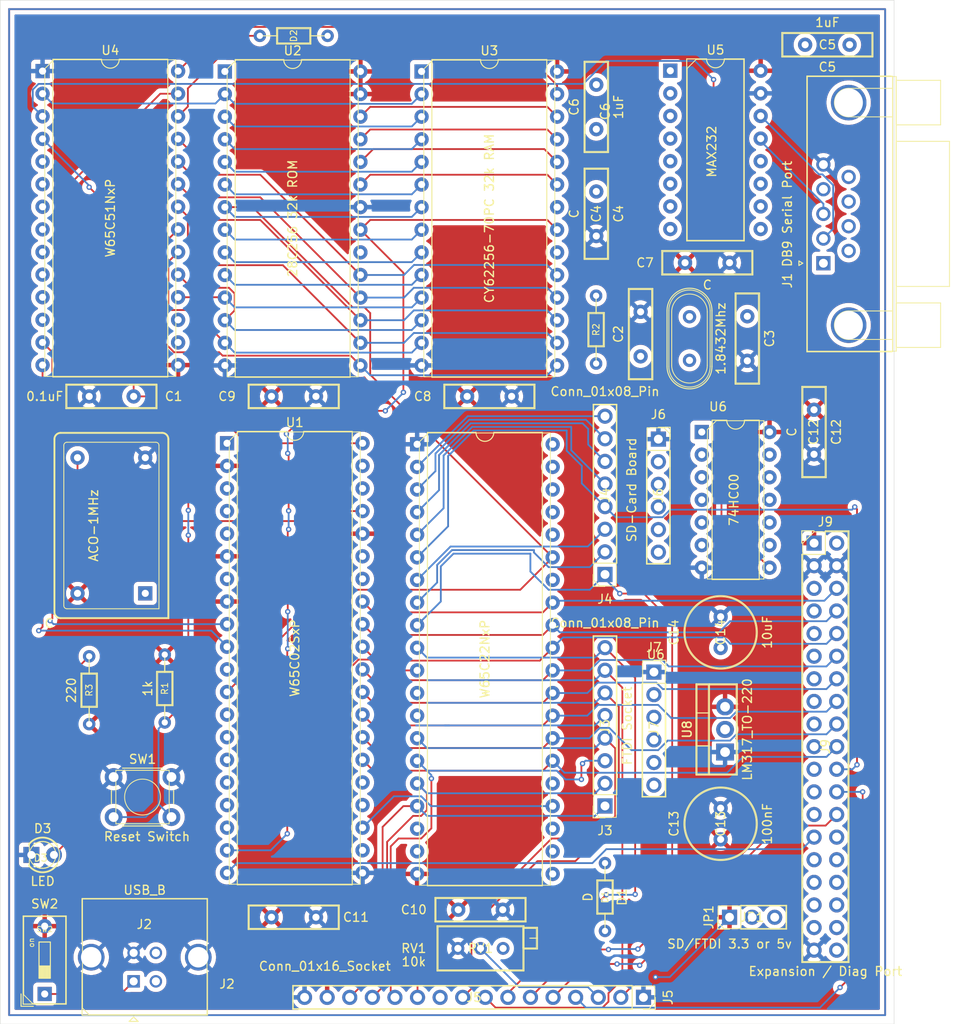
<source format=kicad_pcb>
(kicad_pcb (version 20241229) (generator "pcbnew") (generator_version "9.0")
  (layers (0 "F.Cu" signal) (2 "B.Cu" signal) (13 "F.Paste" user) (15 "B.Paste" user) (5 "F.SilkS" user "F.Silkscreen") (7 "B.SilkS" user "B.Silkscreen") (1 "F.Mask" user) (3 "B.Mask" user) (25 "Edge.Cuts" user))
  (net 0 "")
  (net 1 "GND")
  (net 2 "Reset")
  (net 3 "Net-(U4-XTAL2)")
  (net 4 "Net-(U5-VS-)")
  (net 5 "Net-(U5-VS+)")
  (net 6 "Net-(U5-C1+)")
  (net 7 "Net-(U5-C1-)")
  (net 8 "Net-(U5-C2+)")
  (net 9 "Net-(U5-C2-)")
  (net 10 "VCC")
  (net 11 "IRQ")
  (net 12 "Net-(D1-K)")
  (net 13 "Net-(D2-K)")
  (net 18 "PB2")
  (net 19 "PB0")
  (net 20 "PB1")
  (net 21 "PB3")
  (net 22 "PB4")
  (net 23 "PB6")
  (net 24 "PB7")
  (net 25 "PA7")
  (net 26 "Net-(J5-Pin_3)")
  (net 27 "PB5")
  (net 28 "Net-(U4-XTAL1)")
  (net 30 "D5")
  (net 31 "D4")
  (net 32 "A2")
  (net 33 "A4")
  (net 34 "A11")
  (net 35 "RW")
  (net 36 "A1")
  (net 37 "A0")
  (net 40 "D0")
  (net 41 "D6")
  (net 42 "clock")
  (net 45 "A7")
  (net 46 "A10")
  (net 47 "A15")
  (net 48 "D3")
  (net 49 "A8")
  (net 50 "A5")
  (net 52 "D1")
  (net 53 "A12")
  (net 54 "D7")
  (net 55 "A9")
  (net 56 "A3")
  (net 57 "A13")
  (net 58 "D2")
  (net 60 "A6")
  (net 62 "A14")
  (net 63 "!A15")
  (net 64 "Net-(U3-~{CS})")
  (net 67 "RXD")
  (net 68 "TXD")
  (net 69 "Net-(U4-~{CS2})")
  (net 82 "3.3v")
  (net 83 "Net-(D3-A)")
  (net 84 "Net-(J7-Pin_2)")
  (net 85 "Net-(U4-~{RTS})")
  (net 86 "Net-(U4-~{DSR})")
  (net 87 "Net-(J7-Pin_6)")
  (net 88 "Net-(J7-Pin_4)")
  (net 89 "Net-(J7-Pin_5)")
  (net 90 "Net-(J2-VBUS)")
  (net 91 "PA0")
  (net 92 "PA2")
  (net 93 "PA3")
  (net 94 "PA1")
  (net 95 "Net-(J6-Pin_2)")
  (net 96 "PA5")
  (net 97 "PA4")
  (net 98 "PA6")
  (footprint "Package_TO_SOT_THT:TO-220-3_Vertical" (layer "F.Cu") (at 117.5 109.445 90)
    (property "Reference" "U8")
    (property "Value" "LM317_TO-220")
  )
  (footprint "Connector_PinSocket_2.54mm:PinSocket_1x06_P2.54mm_Vertical" (layer "F.Cu") (at 110 74.3)
    (property "Reference" "J6")
    (property "Value" "SD-Card Board")
  )
  (footprint "Capacitor_THT:C_Disc_D10.0mm_W2.5mm_P5.00mm" (layer "F.Cu") (at 66.5 128)
    (property "Reference" "C11")
    (property "Value" "C" (hide yes))
  )
  (footprint "Capacitor_THT:C_Disc_D10.0mm_W2.5mm_P5.00mm" (layer "F.Cu") (at 131.5 30 180)
    (property "Reference" "C5")
    (property "Value" "1uF")
  )
  (footprint "Connector_Dsub:DSUB-9_Male_Horizontal_P2.77x2.84mm_EdgePinOffset4.94mm_Housed_MountingHolesOffset4.94mm" (layer "F.Cu") (at 128.554669 54.54 90)
    (property "Reference" "J1")
    (property "Value" "DB9 Serial Port")
  )
  (footprint "Potentiometer_THT:Potentiometer_Bourns_3296X_Horizontal" (layer "F.Cu") (at 87.46 131.5 180)
    (property "Reference" "RV1")
    (property "Value" "10k")
  )
  (footprint "Resistor_THT:R_Axial_DIN0204_L3.6mm_D1.6mm_P7.62mm_Horizontal" (layer "F.Cu") (at 104 121.92 -90)
    (property "Reference" "D1")
    (property "Value" "D")
  )
  (footprint "Capacitor_THT:C_Radial_D8.0mm_H11.5mm_P3.50mm" (layer "F.Cu") (at 117 119.25 90)
    (property "Reference" "C13")
    (property "Value" "100nF")
  )
  (footprint "Resistor_THT:R_Axial_DIN0204_L3.6mm_D1.6mm_P7.62mm_Horizontal" (layer "F.Cu") (at 103 58.19 -90)
    (property "Reference" "R2" (hide yes))
    (property "Value" "R" (hide yes))
  )
  (footprint "Capacitor_THT:C_Disc_D10.0mm_W2.5mm_P5.00mm" (layer "F.Cu") (at 66.5 69.5)
    (property "Reference" "C9" (hide yes))
    (property "Value" "C")
  )
  (footprint "Package_DIP:DIP-40_W15.24mm" (layer "F.Cu") (at 82.875 74.875)
    (property "Reference" "U7" (hide yes))
    (property "Value" "W65C22NxP" (hide yes))
  )
  (footprint "Package_DIP:DIP-16_W10.16mm" (layer "F.Cu") (at 111.34 32.92)
    (property "Reference" "U5")
    (property "Value" "MAX232" (hide yes))
  )
  (footprint "Capacitor_THT:C_Disc_D10.0mm_W2.5mm_P5.00mm" (layer "F.Cu") (at 127.5 71 -90)
    (property "Reference" "C12")
    (property "Value" "C")
  )
  (footprint "Capacitor_THT:C_Disc_D10.0mm_W2.5mm_P5.00mm" (layer "F.Cu") (at 120 60.5 -90)
    (property "Reference" "C3")
    (property "Value" "C" (hide yes))
  )
  (footprint "Oscillator:Oscillator_DIP-14" (layer "F.Cu") (at 52.31 91.62 90)
    (property "Reference" "X1" (hide yes))
    (property "Value" "ACO-1MHz")
  )
  (footprint "Capacitor_THT:C_Disc_D10.0mm_W2.5mm_P5.00mm" (layer "F.Cu") (at 51 69.5 180)
    (property "Reference" "C1" (hide yes))
    (property "Value" "0.1uF")
  )
  (footprint "Package_DIP:DIP-28_W15.24mm" (layer "F.Cu") (at 61.26 33)
    (property "Reference" "U2")
    (property "Value" "28C256" (hide yes))
  )
  (footprint "Resistor_THT:R_Axial_DIN0204_L3.6mm_D1.6mm_P7.62mm_Horizontal" (layer "F.Cu") (at 65.19 29)
    (property "Reference" "D2" (hide yes))
    (property "Value" "D" (hide yes))
  )
  (footprint "Connector_PinHeader_2.54mm:PinHeader_2x19_P2.54mm_Vertical" (layer "F.Cu") (at 127.508 85.979)
    (property "Reference" "J9")
    (property "Value" "Expansion / Diag Port")
  )
  (footprint "Resistor_THT:R_Axial_DIN0204_L3.6mm_D1.6mm_P7.62mm_Horizontal" (layer "F.Cu") (at 46 106.31 90)
    (property "Reference" "R3" (hide yes))
    (property "Value" "220")
  )
  (footprint "Capacitor_THT:C_Disc_D10.0mm_W2.5mm_P5.00mm" (layer "F.Cu") (at 88.5 69.5)
    (property "Reference" "C8")
    (property "Value" "C" (hide yes))
  )
  (footprint "Package_DIP:DIP-28_W15.24mm" (layer "F.Cu") (at 83.375 33)
    (property "Reference" "U3")
    (property "Value" "CY62256-70PC" (hide yes))
  )
  (footprint "Connector_USB:USB_B_TE_5787834_Vertical" (layer "F.Cu") (at 51 135.2 180)
    (property "Reference" "J2")
    (property "Value" "USB_B")
  )
  (footprint "Connector_PinSocket_2.54mm:PinSocket_1x08_P2.54mm_Vertical" (layer "F.Cu") (at 104 89.5 180)
    (property "Reference" "J4")
    (property "Value" "Conn_01x08_Pin")
  )
  (footprint "Connector_PinHeader_2.54mm:PinHeader_1x03_P2.54mm_Vertical" (layer "F.Cu") (at 118 128 90)
    (property "Reference" "JP1")
    (property "Value" "SD/FTDI 3.3 or 5v")
  )
  (footprint "Button_Switch_THT:SW_PUSH_6mm" (layer "F.Cu") (at 48.75 112.25)
    (property "Reference" "SW1")
    (property "Value" "Reset Switch")
  )
  (footprint "Connector_PinSocket_2.54mm:PinSocket_1x06_P2.54mm_Vertical" (layer "F.Cu") (at 109.5 100.46)
    (property "Reference" "J7")
    (property "Value" "FTDI Socket")
  )
  (footprint "Package_DIP:DIP-14_W7.62mm" (layer "F.Cu") (at 114.88 73.5)
    (property "Reference" "U6")
    (property "Value" "74HC00")
  )
  (footprint "Package_DIP:DIP-28_W15.24mm" (layer "F.Cu") (at 40.76 32.96)
    (property "Reference" "U4")
    (property "Value" "W65C51NxP" (hide yes))
  )
  (footprint "Capacitor_THT:C_Disc_D10.0mm_W2.5mm_P5.00mm" (layer "F.Cu") (at 108 65 90)
    (property "Reference" "C2")
    (property "Value" "C" (hide yes))
  )
  (footprint "Connector_PinSocket_2.54mm:PinSocket_1x16_P2.54mm_Vertical" (layer "F.Cu") (at 108.32 137 -90)
    (property "Reference" "J5")
    (property "Value" "Conn_01x16_Socket")
  )
  (footprint "Connector_PinSocket_2.54mm:PinSocket_1x08_P2.54mm_Vertical" (layer "F.Cu") (at 104 115.5 180)
    (property "Reference" "J3")
    (property "Value" "Conn_01x08_Pin")
  )
  (footprint "Package_DIP:DIP-40_W15.24mm" (layer "F.Cu") (at 61.5 74.76)
    (property "Reference" "U1")
    (property "Value" "W65C02SxP" (hide yes))
  )
  (footprint "Button_Switch_THT:SW_DIP_SPSTx01_Slide_9.78x4.72mm_W7.62mm_P2.54mm" (layer "F.Cu") (at 41 136.62 90)
    (property "Reference" "SW2")
    (property "Value" "SW_SPST" (hide yes))
  )
  (footprint "Capacitor_THT:C_Disc_D10.0mm_W2.5mm_P5.00mm" (layer "F.Cu") (at 103.02 46.485 -90)
    (property "Reference" "C4")
    (property "Value" "C")
  )
  (footprint "LED_THT:LED_D3.0mm" (layer "F.Cu") (at 39.5 121)
    (property "Reference" "D3")
    (property "Value" "LED")
  )
  (footprint "Capacitor_THT:C_Radial_D8.0mm_H11.5mm_P3.50mm" (layer "F.Cu") (at 117 97.75 90)
    (property "Reference" "C14")
    (property "Value" "10uF")
  )
  (footprint "Resistor_THT:R_Axial_DIN0204_L3.6mm_D1.6mm_P7.62mm_Horizontal" (layer "F.Cu") (at 54.5 98.5 -90)
    (property "Reference" "R1" (hide yes))
    (property "Value" "1k")
  )
  (footprint "Capacitor_THT:C_Disc_D10.0mm_W2.5mm_P5.00mm" (layer "F.Cu") (at 87.5 127.155)
    (property "Reference" "C10" (hide yes))
    (property "Value" "C" (hide yes))
  )
  (footprint "Crystal:Crystal_HC18-U_Vertical" (layer "F.Cu") (at 113.5 65.45 90)
    (property "Reference" "Y1" (hide yes))
    (property "Value" "1.8432Mhz")
  )
  (footprint "Capacitor_THT:C_Disc_D10.0mm_W2.5mm_P5.00mm" (layer "F.Cu") (at 103.02 39.485 90)
    (property "Reference" "C6")
    (property "Value" "1uF")
  )
  (footprint "Capacitor_THT:C_Disc_D10.0mm_W2.5mm_P5.00mm" (layer "F.Cu") (at 113 54.485)
    (property "Reference" "C7" (hide yes))
    (property "Value" "C")
  )
  (gr_rect (start 37 26) (end 135.5 139) (stroke (width 0.2)) (fill no) (layer "F.Cu") (net 1))
  (gr_rect (start 37 26) (end 135.5 139) (stroke (width 0.2)) (fill no) (layer "B.Cu"))
  (gr_rect (start 36 25) (end 136.5 140) (stroke (width 0.05)) (fill no) (layer "Edge.Cuts"))
  (segment (start 58.44 69.5) (end 60.764 71.824) (width 0.2) (layer "F.Cu") (net 2))
  (segment (start 57.15 82.296) (end 57.15 75.438) (width 0.2) (layer "F.Cu") (net 2))
  (segment (start 57.15 75.438) (end 60.764 71.824) (width 0.2) (layer "F.Cu") (net 2))
  (segment (start 51 69.5) (end 51 51) (width 0.2) (layer "F.Cu") (net 2))
  (segment (start 57.15 103.47) (end 57.15 85.09) (width 0.2) (layer "F.Cu") (net 2))
  (segment (start 51 69.5) (end 58.44 69.5) (width 0.2) (layer "F.Cu") (net 2))
  (segment (start 54.5 106.12) (end 57.15 103.47) (width 0.2) (layer "F.Cu") (net 2))
  (segment (start 60.764 71.824) (end 63.7 74.76) (width 0.2) (layer "F.Cu") (net 2))
  (segment (start 51 51) (end 46 46) (width 0.2) (layer "F.Cu") (net 2))
  (segment (start 63.7 74.76) (end 76.74 74.76) (width 0.2) (layer "F.Cu") (net 2))
  (via (at 46 46) (size 0.6) (drill 0.3) (layers "F.Cu" "B.Cu") (net 2))
  (via (at 57.15 85.09) (size 0.6) (drill 0.3) (layers "F.Cu" "B.Cu") (net 2))
  (via (at 57.15 82.296) (size 0.6) (drill 0.3) (layers "F.Cu" "B.Cu") (net 2))
  (segment (start 52.35 116.75) (end 53.8 115.3) (width 0.2) (layer "B.Cu") (net 2))
  (segment (start 40.76 40.58) (end 46 45.82) (width 0.2) (layer "B.Cu") (net 2))
  (segment (start 46 45.82) (end 46 46) (width 0.2) (layer "B.Cu") (net 2))
  (segment (start 48.75 116.75) (end 52.35 116.75) (width 0.2) (layer "B.Cu") (net 2))
  (segment (start 53.8 106.82) (end 53.8 115.3) (width 0.2) (layer "B.Cu") (net 2))
  (segment (start 57.15 85.09) (end 57.15 82.296) (width 0.2) (layer "B.Cu") (net 2))
  (segment (start 53.8 115.3) (end 55.25 116.75) (width 0.2) (layer "B.Cu") (net 2))
  (segment (start 54.5 106.12) (end 53.8 106.82) (width 0.2) (layer "B.Cu") (net 2))
  (segment (start 105.78 137) (end 108.0584 134.7216) (width 0.2) (layer "F.Cu") (net 10))
  (segment (start 44.69 91.62) (end 44.88 91.62) (width 0.2) (layer "F.Cu") (net 10))
  (segment (start 108.0584 134.7216) (end 109.6772 134.7216) (width 0.2) (layer "F.Cu") (net 10))
  (segment (start 44.88 91.62) (end 45 91.5) (width 0.2) (layer "F.Cu") (net 10))
  (via (at 109.6772 134.7216) (size 0.6) (drill 0.3) (layers "F.Cu" "B.Cu") (net 10))
  (segment (start 86.895 127.155) (end 87.615 127.155) (width 0.2) (layer "B.Cu") (net 10))
  (segment (start 111.2784 134.7216) (end 118 128) (width 0.2) (layer "B.Cu") (net 10))
  (segment (start 109.6772 134.7216) (end 111.2784 134.7216) (width 0.2) (layer "B.Cu") (net 10))
  (segment (start 54.5 98.5) (end 54 99) (width 0.2) (layer "B.Cu") (net 10))
  (segment (start 56 38.04) (end 57.1 36.94) (width 0.2) (layer "F.Cu") (net 13))
  (segment (start 63 29) (end 65.19 29) (width 0.2) (layer "F.Cu") (net 13))
  (segment (start 57.1 36.94) (end 57.1 34.9) (width 0.2) (layer "F.Cu") (net 13))
  (segment (start 57.1 34.9) (end 63 29) (width 0.2) (layer "F.Cu") (net 13))
  (segment (start 105.552 116.8171) (end 105.552 104.352) (width 0.2) (layer "F.Cu") (net 18))
  (segment (start 96.40195 121.696) (end 100.6731 121.696) (width 0.2) (layer "F.Cu") (net 18))
  (segment (start 88.979 136.021) (end 88.979 129.11895) (width 0.2) (layer "F.Cu") (net 18))
  (segment (start 88 137) (end 88.979 136.021) (width 0.2) (layer "F.Cu") (net 18))
  (segment (start 100.6731 121.696) (end 105.552 116.8171) (width 0.2) (layer "F.Cu") (net 18))
  (segment (start 88.979 129.11895) (end 96.40195 121.696) (width 0.2) (layer "F.Cu") (net 18))
  (segment (start 105.552 104.352) (end 104 102.8) (width 0.2) (layer "F.Cu") (net 18))
  (segment (start 83.976 103.916) (end 102.884 103.916) (width 0.2) (layer "B.Cu") (net 18))
  (segment (start 102.884 103.916) (end 104 102.8) (width 0.2) (layer "B.Cu") (net 18))
  (segment (start 82.875 103.540635) (end 82.875 102.815) (width 0.2) (layer "B.Cu") (net 18))
  (segment (start 107.3912 101.1112) (end 104 97.72) (width 0.2) (layer "F.Cu") (net 19))
  (segment (start 93.08 137) (end 93.08 136.536) (width 0.2) (layer "F.Cu") (net 19))
  (segment (start 107.3912 125.4252) (end 107.3912 101.1112) (width 0.2) (layer "F.Cu") (net 19))
  (segment (start 93.08 136.536) (end 104.14 125.476) (width 0.2) (layer "F.Cu") (net 19))
  (via (at 107.3912 125.4252) (size 0.6) (drill 0.3) (layers "F.Cu" "B.Cu") (net 19))
  (via (at 104.14 125.476) (size 0.6) (drill 0.3) (layers "F.Cu" "B.Cu") (net 19))
  (segment (start 104 97.72) (end 102.885 98.835) (width 0.2) (layer "B.Cu") (net 19))
  (segment (start 102.885 98.835) (end 83.975 98.835) (width 0.2) (layer "B.Cu") (net 19))
  (segment (start 107.3404 125.476) (end 107.3912 125.4252) (width 0.2) (layer "B.Cu") (net 19))
  (segment (start 83.975 98.835) (end 82.875 97.735) (width 0.2) (layer "B.Cu") (net 19))
  (segment (start 104.14 125.476) (end 107.3404 125.476) (width 0.2) (layer "B.Cu") (net 19))
  (segment (start 77.56 99.06) (end 78.775 100.275) (width 0.2) (layer "F.Cu") (net 20))
  (segment (start 90.54 137) (end 91.691 138.151) (width 0.2) (layer "F.Cu") (net 20))
  (segment (start 75.64 99.704365) (end 76.284365 99.06) (width 0.2) (layer "F.Cu") (net 20))
  (segment (start 78.775 100.275) (end 82.875 100.275) (width 0.2) (layer "F.Cu") (net 20))
  (segment (start 76.284365 99.06) (end 77.56 99.06) (width 0.2) (layer "F.Cu") (net 20))
  (segment (start 104.391 136.52324) (end 105.953 134.96124) (width 0.2) (layer "F.Cu") (net 20))
  (segment (start 104.391 137.47676) (end 104.391 136.52324) (width 0.2) (layer "F.Cu") (net 20))
  (segment (start 105.953 134.96124) (end 105.953 102.213) (width 0.2) (layer "F.Cu") (net 20))
  (segment (start 103.71676 138.151) (end 104.391 137.47676) (width 0.2) (layer "F.Cu") (net 20))
  (segment (start 91.691 138.151) (end 103.71676 138.151) (width 0.2) (layer "F.Cu") (net 20))
  (segment (start 105.953 102.213) (end 104 100.26) (width 0.2) (layer "F.Cu") (net 20))
  (segment (start 102.884 101.376) (end 104 100.26) (width 0.2) (layer "B.Cu") (net 20))
  (segment (start 83.976 101.376) (end 102.884 101.376) (width 0.2) (layer "B.Cu") (net 20))
  (segment (start 102.885 106.455) (end 104 105.34) (width 0.2) (layer "B.Cu") (net 21))
  (segment (start 86.487 106.455) (end 102.885 106.455) (width 0.2) (layer "B.Cu") (net 21))
  (segment (start 86.487 106.455) (end 82.75795 106.455) (width 0.2) (layer "B.Cu") (net 21))
  (segment (start 85.955 106.455) (end 86.487 106.455) (width 0.2) (layer "B.Cu") (net 21))
  (segment (start 105.151 109.031) (end 104 107.88) (width 0.2) (layer "F.Cu") (net 22))
  (segment (start 97.99695 119.156) (end 102.646 119.156) (width 0.2) (layer "F.Cu") (net 22))
  (segment (start 82.92 137) (end 82.92 134.23295) (width 0.2) (layer "F.Cu") (net 22))
  (segment (start 102.646 119.156) (end 105.151 116.651) (width 0.2) (layer "F.Cu") (net 22))
  (segment (start 105.151 116.651) (end 105.151 109.031) (width 0.2) (layer "F.Cu") (net 22))
  (segment (start 82.92 134.23295) (end 97.99695 119.156) (width 0.2) (layer "F.Cu") (net 22))
  (segment (start 83.976 108.996) (end 102.884 108.996) (width 0.2) (layer "B.Cu") (net 22))
  (segment (start 82.875 107.895) (end 83.976 108.996) (width 0.2) (layer "B.Cu") (net 22))
  (segment (start 102.884 108.996) (end 104 107.88) (width 0.2) (layer "B.Cu") (net 22))
  (segment (start 83.976 114.076) (end 82.875 112.975) (width 0.2) (layer "F.Cu") (net 23))
  (segment (start 83.976 115.97105) (end 83.976 114.076) (width 0.2) (layer "F.Cu") (net 23))
  (segment (start 79.502 119.53295) (end 82.41895 116.616) (width 0.2) (layer "F.Cu") (net 23))
  (segment (start 82.439 113.411) (end 82.875 112.975) (width 0.2) (layer "F.Cu") (net 23))
  (segment (start 79.502 135.338) (end 79.502 119.53295) (width 0.2) (layer "F.Cu") (net 23))
  (segment (start 82.41895 116.616) (end 83.33105 116.616) (width 0.2) (layer "F.Cu") (net 23))
  (segment (start 77.84 137) (end 79.502 135.338) (width 0.2) (layer "F.Cu") (net 23))
  (segment (start 83.33105 116.616) (end 83.976 115.97105) (width 0.2) (layer "F.Cu") (net 23))
  (segment (start 102.884 114.076) (end 104 112.96) (width 0.2) (layer "B.Cu") (net 23))
  (segment (start 82.875 112.975) (end 83.976 114.076) (width 0.2) (layer "B.Cu") (net 23))
  (segment (start 83.976 114.076) (end 102.884 114.076) (width 0.2) (layer "B.Cu") (net 23))
  (segment (start 81.335 115.515) (end 82.875 115.515) (width 0.2) (layer "F.Cu") (net 24))
  (segment (start 78.994 133.306) (end 78.994 117.856) (width 0.2) (layer "F.Cu") (net 24))
  (segment (start 78.994 117.856) (end 81.335 115.515) (width 0.2) (layer "F.Cu") (net 24))
  (segment (start 75.3 137) (end 78.994 133.306) (width 0.2) (layer "F.Cu") (net 24))
  (segment (start 102.884 116.616) (end 104 115.5) (width 0.2) (layer "B.Cu") (net 24))
  (segment (start 82.875 115.515) (end 83.976 116.616) (width 0.2) (layer "B.Cu") (net 24))
  (segment (start 83.976 116.616) (end 102.884 116.616) (width 0.2) (layer "B.Cu") (net 24))
  (segment (start 107.696 131.572) (end 111.5568 127.7112) (width 0.2) (layer "F.Cu") (net 25))
  (segment (start 108.3564 91.6432) (end 105.664 91.6432) (width 0.2) (layer "F.Cu") (net 25))
  (segment (start 111.5568 94.8436) (end 108.3564 91.6432) (width 0.2) (layer "F.Cu") (net 25))
  (segment (start 95.62 137) (end 100.9972 131.6228) (width 0.2) (layer "F.Cu") (net 25))
  (segment (start 111.5568 127.7112) (end 111.5568 94.8436) (width 0.2) (layer "F.Cu") (net 25))
  (segment (start 100.9972 131.6228) (end 104.394 131.6228) (width 0.2) (layer "F.Cu") (net 25))
  (via (at 105.664 91.6432) (size 0.6) (drill 0.3) (layers "F.Cu" "B.Cu") (net 25))
  (via (at 107.696 131.572) (size 0.6) (drill 0.3) (layers "F.Cu" "B.Cu") (net 25))
  (via (at 104.394 131.6228) (size 0.6) (drill 0.3) (layers "F.Cu" "B.Cu") (net 25))
  (segment (start 95.611 87.162) (end 95.611 89.16805) (width 0.2) (layer "B.Cu") (net 25))
  (segment (start 104.4448 131.572) (end 107.696 131.572) (width 0.2) (layer "B.Cu") (net 25))
  (segment (start 85.5381 88.5861) (end 86.9622 87.162) (width 0.2) (layer "B.Cu") (net 25))
  (segment (start 85.5381 92.5319) (end 85.5381 88.5861) (width 0.2) (layer "B.Cu") (net 25))
  (segment (start 86.9622 87.162) (end 95.611 87.162) (width 0.2) (layer "B.Cu") (net 25))
  (segment (start 104 89.9792) (end 104 89.5) (width 0.2) (layer "B.Cu") (net 25))
  (segment (start 95.611 89.16805) (end 97.65895 91.216) (width 0.2) (layer "B.Cu") (net 25))
  (segment (start 105.664 91.6432) (end 104 89.9792) (width 0.2) (layer "B.Cu") (net 25))
  (segment (start 97.65895 91.216) (end 102.284 91.216) (width 0.2) (layer "B.Cu") (net 25))
  (segment (start 82.875 95.195) (end 85.5381 92.5319) (width 0.2) (layer "B.Cu") (net 25))
  (segment (start 104.394 131.6228) (end 104.4448 131.572) (width 0.2) (layer "B.Cu") (net 25))
  (segment (start 102.284 91.216) (end 104 89.5) (width 0.2) (layer "B.Cu") (net 25))
  (segment (start 94.349 135.849) (end 90 131.5) (width 0.2) (layer "B.Cu") (net 26))
  (segment (start 102.089 135.849) (end 94.349 135.849) (width 0.2) (layer "B.Cu") (net 26))
  (segment (start 103.24 137) (end 102.089 135.849) (width 0.2) (layer "B.Cu") (net 26))
  (segment (start 83.33105 119.156) (end 84.4804 118.00665) (width 0.2) (layer "F.Cu") (net 27))
  (segment (start 80.38 137) (end 79.903 136.523) (width 0.2) (layer "F.Cu") (net 27))
  (segment (start 80.7874 119.156) (end 83.33105 119.156) (width 0.2) (layer "F.Cu") (net 27))
  (segment (start 84.4804 118.00665) (end 84.4804 112.4204) (width 0.2) (layer "F.Cu") (net 27))
  (segment (start 101.346 112.522) (end 101.346 110.871) (width 0.2) (layer "F.Cu") (net 27))
  (segment (start 101.346 110.871) (end 101.473 110.744) (width 0.2) (layer "F.Cu") (net 27))
  (segment (start 79.903 136.523) (end 79.903 120.0404) (width 0.2) (layer "F.Cu") (net 27))
  (segment (start 79.903 120.0404) (end 80.7874 119.156) (width 0.2) (layer "F.Cu") (net 27))
  (via (at 84.4804 112.4204) (size 0.6) (drill 0.3) (layers "F.Cu" "B.Cu") (net 27))
  (via (at 101.473 110.744) (size 0.6) (drill 0.3) (layers "F.Cu" "B.Cu") (net 27))
  (via (at 101.346 112.522) (size 0.6) (drill 0.3) (layers "F.Cu" "B.Cu") (net 27))
  (segment (start 98.57105 111.536) (end 99.55705 112.522) (width 0.2) (layer "B.Cu") (net 27))
  (segment (start 84.4804 112.0404) (end 83.976 111.536) (width 0.2) (layer "B.Cu") (net 27))
  (segment (start 82.875 110.435) (end 83.976 111.536) (width 0.2) (layer "B.Cu") (net 27))
  (segment (start 84.4804 112.4204) (end 84.4804 112.0404) (width 0.2) (layer "B.Cu") (net 27))
  (segment (start 83.976 111.536) (end 98.57105 111.536) (width 0.2) (layer "B.Cu") (net 27))
  (segment (start 101.797 110.42) (end 104 110.42) (width 0.2) (layer "B.Cu") (net 27))
  (segment (start 99.55705 112.522) (end 101.346 112.522) (width 0.2) (layer "B.Cu") (net 27))
  (segment (start 101.473 110.744) (end 101.797 110.42) (width 0.2) (layer "B.Cu") (net 27))
  (segment (start 56 45.66) (end 60.02 49.68) (width 0.2) (layer "F.Cu") (net 30))
  (segment (start 65.24 49.68) (end 76.5 60.94) (width 0.2) (layer "F.Cu") (net 30))
  (segment (start 97.015 106.455) (end 98.115 105.355) (width 0.2) (layer "F.Cu") (net 30))
  (segment (start 77.955 106.455) (end 97.015 106.455) (width 0.2) (layer "F.Cu") (net 30))
  (segment (start 60.02 49.68) (end 65.24 49.68) (width 0.2) (layer "F.Cu") (net 30))
  (segment (start 76.74 105.24) (end 77.955 106.455) (width 0.2) (layer "F.Cu") (net 30))
  (segment (start 111.44426 105.6185) (end 109.97676 104.151) (width 0.2) (layer "B.Cu") (net 30))
  (segment (start 128.897 104.91) (end 118.775217 104.91) (width 0.2) (layer "B.Cu") (net 30))
  (segment (start 109.97676 104.151) (end 103.2161 104.151) (width 0.2) (layer "B.Cu") (net 30))
  (segment (start 97.514 59.839) (end 82.5031 59.839) (width 0.2) (layer "B.Cu") (net 30))
  (segment (start 118.066717 105.6185) (end 111.44426 105.6185) (width 0.2) (layer "B.Cu") (net 30))
  (segment (start 103.2161 104.151) (end 102.0121 105.355) (width 0.2) (layer "B.Cu") (net 30))
  (segment (start 118.775217 104.91) (end 118.066717 105.6185) (width 0.2) (layer "B.Cu") (net 30))
  (segment (start 82.5031 59.839) (end 81.4021 60.94) (width 0.2) (layer "B.Cu") (net 30))
  (segment (start 102.0121 105.355) (end 98.115 105.355) (width 0.2) (layer "B.Cu") (net 30))
  (segment (start 98.615 60.94) (end 97.514 59.839) (width 0.2) (layer "B.Cu") (net 30))
  (segment (start 130.048 103.759) (end 128.897 104.91) (width 0.2) (layer "B.Cu") (net 30))
  (segment (start 81.4021 60.94) (end 76.5 60.94) (width 0.2) (layer "B.Cu") (net 30))
  (segment (start 60.26 54.76) (end 67.78 54.76) (width 0.2) (layer "F.Cu") (net 31))
  (segment (start 67.78 54.76) (end 76.5 63.48) (width 0.2) (layer "F.Cu") (net 31))
  (segment (start 97.015 103.915) (end 98.115 102.815) (width 0.2) (layer "F.Cu") (net 31))
  (segment (start 76.74 102.7) (end 77.955 103.915) (width 0.2) (layer "F.Cu") (net 31))
  (segment (start 77.955 103.915) (end 97.015 103.915) (width 0.2) (layer "F.Cu") (net 31))
  (segment (start 56 48.2) (end 57.1 49.3) (width 0.2) (layer "F.Cu") (net 31))
  (segment (start 57.1 51.6) (end 60.26 54.76) (width 0.2) (layer "F.Cu") (net 31))
  (segment (start 57.1 49.3) (end 57.1 51.6) (width 0.2) (layer "F.Cu") (net 31))
  (segment (start 97.514 62.379) (end 82.5031 62.379) (width 0.2) (layer "B.Cu") (net 31))
  (segment (start 103.1781 101.649) (end 102.0121 102.815) (width 0.2) (layer "B.Cu") (net 31))
  (segment (start 81.4021 63.48) (end 76.5 63.48) (width 0.2) (layer "B.Cu") (net 31))
  (segment (start 130.048 101.219) (end 128.897 102.37) (width 0.2) (layer "B.Cu") (net 31))
  (segment (start 102.0121 102.815) (end 98.115 102.815) (width 0.2) (layer "B.Cu") (net 31))
  (segment (start 109.77676 101.649) (end 103.1781 101.649) (width 0.2) (layer "B.Cu") (net 31))
  (segment (start 110.49776 102.37) (end 109.77676 101.649) (width 0.2) (layer "B.Cu") (net 31))
  (segment (start 128.897 102.37) (end 110.49776 102.37) (width 0.2) (layer "B.Cu") (net 31))
  (segment (start 98.615 63.48) (end 97.514 62.379) (width 0.2) (layer "B.Cu") (net 31))
  (segment (start 82.5031 62.379) (end 81.4021 63.48) (width 0.2) (layer "B.Cu") (net 31))
  (segment (start 82.275 51.88) (end 83.375 50.78) (width 0.2) (layer "B.Cu") (net 32))
  (segment (start 62.36 51.88) (end 82.275 51.88) (width 0.2) (layer "B.Cu") (net 32))
  (segment (start 61.26 50.78) (end 62.36 51.88) (width 0.2) (layer "B.Cu") (net 32))
  (segment (start 82.275 46.8) (end 83.375 45.7) (width 0.2) (layer "B.Cu") (net 33))
  (segment (start 61.26 45.7) (end 62.36 46.8) (width 0.2) (layer "B.Cu") (net 33))
  (segment (start 62.36 46.8) (end 82.275 46.8) (width 0.2) (layer "B.Cu") (net 33))
  (segment (start 77.6 44.6) (end 97.515 44.6) (width 0.2) (layer "F.Cu") (net 34))
  (segment (start 97.515 44.6) (end 98.615 45.7) (width 0.2) (layer "F.Cu") (net 34))
  (segment (start 76.5 45.7) (end 77.6 44.6) (width 0.2) (layer "F.Cu") (net 34))
  (segment (start 102.585372 121.919) (end 104.153372 120.351) (width 0.2) (layer "B.Cu") (net 34))
  (segment (start 61.5 123.02) (end 62.601 121.919) (width 0.2) (layer "B.Cu") (net 34))
  (segment (start 62.601 121.919) (end 102.585372 121.919) (width 0.2) (layer "B.Cu") (net 34))
  (segment (start 104.153372 120.351) (end 126.156 120.351) (width 0.2) (layer "B.Cu") (net 34))
  (segment (start 126.156 120.351) (end 127.508 118.999) (width 0.2) (layer "B.Cu") (net 34))
  (segment (start 98.615 34.555635) (end 98.615 35.54) (width 0.2) (layer "F.Cu") (net 35))
  (segment (start 92.059365 28) (end 98.615 34.555635) (width 0.2) (layer "F.Cu") (net 35))
  (segment (start 56 32.96) (end 60.96 28) (width 0.2) (layer "F.Cu") (net 35))
  (segment (start 60.96 28) (end 92.059365 28) (width 0.2) (layer "F.Cu") (net 35))
  (segment (start 40.3352 95.8088) (end 40.76 95.384) (width 0.2) (layer "F.Cu") (net 36))
  (segment (start 40.76 95.384) (end 40.76 65.98) (width 0.2) (layer "F.Cu") (net 36))
  (via (at 40.3352 95.8088) (size 0.6) (drill 0.3) (layers "F.Cu" "B.Cu") (net 36))
  (segment (start 62.36 54.42) (end 82.275 54.42) (width 0.2) (layer "B.Cu") (net 36))
  (segment (start 61.26 53.32) (end 62.36 54.42) (width 0.2) (layer "B.Cu") (net 36))
  (segment (start 82.275 54.42) (end 83.375 53.32) (width 0.2) (layer "B.Cu") (net 36))
  (segment (start 61.552 97.62) (end 59.7408 95.8088) (width 0.2) (layer "B.Cu") (net 36))
  (segment (start 61.5 97.62) (end 61.552 97.62) (width 0.2) (layer "B.Cu") (net 36))
  (segment (start 59.7408 95.8088) (end 40.3352 95.8088) (width 0.2) (layer "B.Cu") (net 36))
  (segment (start 41.6052 94.6912) (end 41.861 94.4354) (width 0.2) (layer "F.Cu") (net 37))
  (segment (start 41.861 64.541) (end 40.76 63.44) (width 0.2) (layer "F.Cu") (net 37))
  (segment (start 41.861 94.4354) (end 41.861 64.541) (width 0.2) (layer "F.Cu") (net 37))
  (via (at 41.6052 94.6912) (size 0.6) (drill 0.3) (layers "F.Cu" "B.Cu") (net 37))
  (segment (start 61.26 55.86) (end 62.36 56.96) (width 0.2) (layer "B.Cu") (net 37))
  (segment (start 61.5 95.08) (end 41.994 95.08) (width 0.2) (layer "B.Cu") (net 37))
  (segment (start 82.275 56.96) (end 83.375 55.86) (width 0.2) (layer "B.Cu") (net 37))
  (segment (start 41.994 95.08) (end 41.6052 94.6912) (width 0.2) (layer "B.Cu") (net 37))
  (segment (start 62.36 56.96) (end 82.275 56.96) (width 0.2) (layer "B.Cu") (net 37))
  (segment (start 97.015 93.755) (end 98.115 92.655) (width 0.2) (layer "F.Cu") (net 40))
  (segment (start 61.22 58.36) (end 61.26 58.4) (width 0.2) (layer "F.Cu") (net 40))
  (segment (start 56 58.36) (end 61.22 58.36) (width 0.2) (layer "F.Cu") (net 40))
  (segment (start 76.74 92.54) (end 77.955 93.755) (width 0.2) (layer "F.Cu") (net 40))
  (segment (start 77.955 93.755) (end 97.015 93.755) (width 0.2) (layer "F.Cu") (net 40))
  (segment (start 61.26 58.4) (end 62.361 59.501) (width 0.2) (layer "B.Cu") (net 40))
  (segment (start 130.048 91.059) (end 128.659 92.448) (width 0.2) (layer "B.Cu") (net 40))
  (segment (start 82.274 59.501) (end 83.375 58.4) (width 0.2) (layer "B.Cu") (net 40))
  (segment (start 62.361 59.501) (end 82.274 59.501) (width 0.2) (layer "B.Cu") (net 40))
  (segment (start 128.659 92.448) (end 98.322 92.448) (width 0.2) (layer "B.Cu") (net 40))
  (segment (start 98.322 92.448) (end 98.115 92.655) (width 0.2) (layer "B.Cu") (net 40))
  (segment (start 60.02 47.14) (end 65.24 47.14) (width 0.2) (layer "F.Cu") (net 41))
  (segment (start 65.24 47.14) (end 76.5 58.4) (width 0.2) (layer "F.Cu") (net 41))
  (segment (start 76.74 107.78) (end 77.955 108.995) (width 0.2) (layer "F.Cu") (net 41))
  (segment (start 56 43.12) (end 60.02 47.14) (width 0.2) (layer "F.Cu") (net 41))
  (segment (start 97.015 108.995) (end 98.115 107.895) (width 0.2) (layer "F.Cu") (net 41))
  (segment (start 77.955 108.995) (end 97.015 108.995) (width 0.2) (layer "F.Cu") (net 41))
  (segment (start 128.897 107.45) (end 118.775217 107.45) (width 0.2) (layer "B.Cu") (net 41))
  (segment (start 106.97876 109.231) (end 104.47676 106.729) (width 0.2) (layer "B.Cu") (net 41))
  (segment (start 104.47676 106.729) (end 103.40924 106.729) (width 0.2) (layer "B.Cu") (net 41))
  (segment (start 102.24324 107.895) (end 98.115 107.895) (width 0.2) (layer "B.Cu") (net 41))
  (segment (start 109.97676 109.231) (end 106.97876 109.231) (width 0.2) (layer "B.Cu") (net 41))
  (segment (start 118.775217 107.45) (end 118.066717 108.1585) (width 0.2) (layer "B.Cu") (net 41))
  (segment (start 81.4021 58.4) (end 76.5 58.4) (width 0.2) (layer "B.Cu") (net 41))
  (segment (start 103.40924 106.729) (end 102.24324 107.895) (width 0.2) (layer "B.Cu") (net 41))
  (segment (start 111.04926 108.1585) (end 109.97676 109.231) (width 0.2) (layer "B.Cu") (net 41))
  (segment (start 118.066717 108.1585) (end 111.04926 108.1585) (width 0.2) (layer "B.Cu") (net 41))
  (segment (start 130.048 106.299) (end 128.897 107.45) (width 0.2) (layer "B.Cu") (net 41))
  (segment (start 98.615 58.4) (end 97.514 57.299) (width 0.2) (layer "B.Cu") (net 41))
  (segment (start 97.514 57.299) (end 82.5031 57.299) (width 0.2) (layer "B.Cu") (net 41))
  (segment (start 82.5031 57.299) (end 81.4021 58.4) (width 0.2) (layer "B.Cu") (net 41))
  (segment (start 69.5 83.5) (end 70.62 82.38) (width 0.2) (layer "F.Cu") (net 42))
  (segment (start 50.345 82.845) (end 51 83.5) (width 0.2) (layer "F.Cu") (net 42))
  (segment (start 49.155 82.845) (end 50.345 82.845) (width 0.2) (layer "F.Cu") (net 42))
  (segment (start 51 83.5) (end 69.5 83.5) (width 0.2) (layer "F.Cu") (net 42))
  (segment (start 56 35.5) (end 54 35.5) (width 0.2) (layer "F.Cu") (net 42))
  (segment (start 44.69 78.31) (end 44.655 78.345) (width 0.2) (layer "F.Cu") (net 42))
  (segment (start 44.655 78.345) (end 49.155 82.845) (width 0.2) (layer "F.Cu") (net 42))
  (segment (start 42.69 76.38) (end 42.69 46.81) (width 0.2) (layer "F.Cu") (net 42))
  (segment (start 70.62 82.38) (end 76.74 82.38) (width 0.2) (layer "F.Cu") (net 42))
  (segment (start 42.69 46.81) (end 54 35.5) (width 0.2) (layer "F.Cu") (net 42))
  (segment (start 44.69 76.38) (end 44.69 78.31) (width 0.2) (layer "F.Cu") (net 42))
  (segment (start 42.69 76.38) (end 44.655 78.345) (width 0.2) (layer "F.Cu") (net 42))
  (segment (start 61.26 38.08) (end 62.36 39.18) (width 0.2) (layer "B.Cu") (net 45))
  (segment (start 82.275 39.18) (end 83.375 38.08) (width 0.2) (layer "B.Cu") (net 45))
  (segment (start 62.36 39.18) (end 82.275 39.18) (width 0.2) (layer "B.Cu") (net 45))
  (segment (start 97.515 49.68) (end 77.6 49.68) (width 0.2) (layer "F.Cu") (net 46))
  (segment (start 68.4276 82.3468) (end 68.4276 75.9968) (width 0.2) (layer "F.Cu") (net 46))
  (segment (start 77.6 49.68) (end 76.5 50.78) (width 0.2) (layer "F.Cu") (net 46))
  (segment (start 81.3308 55.6108) (end 76.5 50.78) (width 0.2) (layer "F.Cu") (net 46))
  (segment (start 98.615 50.78) (end 97.515 49.68) (width 0.2) (layer "F.Cu") (net 46))
  (segment (start 70.7644 71.12) (end 79.2988 71.12) (width 0.2) (layer "F.Cu") (net 46))
  (segment (start 68.2752 97.8916) (end 68.326 97.8408) (width 0.2) (layer "F.Cu") (net 46))
  (segment (start 68.326 84.5312) (end 68.4276 84.4296) (width 0.2) (layer "F.Cu") (net 46))
  (segment (start 68.4276 75.9968) (end 68.326 75.8952) (width 0.2) (layer "F.Cu") (net 46))
  (segment (start 68.1736 73.7108) (end 70.7644 71.12) (width 0.2) (layer "F.Cu") (net 46))
  (segment (start 81.3308 69.0372) (end 81.3308 55.6108) (width 0.2) (layer "F.Cu") (net 46))
  (segment (start 68.2752 118.618) (end 68.2752 97.8916) (width 0.2) (layer "F.Cu") (net 46))
  (segment (start 68.326 93.6752) (end 68.326 84.5312) (width 0.2) (layer "F.Cu") (net 46))
  (via (at 79.2988 71.12) (size 0.6) (drill 0.3) (layers "F.Cu" "B.Cu") (net 46))
  (via (at 68.2752 118.618) (size 0.6) (drill 0.3) (layers "F.Cu" "B.Cu") (net 46))
  (via (at 68.1736 73.7108) (size 0.6) (drill 0.3) (layers "F.Cu" "B.Cu") (net 46))
  (via (at 68.4276 84.4296) (size 0.6) (drill 0.3) (layers "F.Cu" "B.Cu") (net 46))
  (via (at 68.326 75.8952) (size 0.6) (drill 0.3) (layers "F.Cu" "B.Cu") (net 46))
  (via (at 81.3308 69.0372) (size 0.6) (drill 0.3) (layers "F.Cu" "B.Cu") (net 46))
  (via (at 68.4276 82.3468) (size 0.6) (drill 0.3) (layers "F.Cu" "B.Cu") (net 46))
  (via (at 68.326 93.6752) (size 0.6) (drill 0.3) (layers "F.Cu" "B.Cu") (net 46))
  (via (at 68.326 97.8408) (size 0.6) (drill 0.3) (layers "F.Cu" "B.Cu") (net 46))
  (segment (start 81.3308 69.088) (end 81.3308 69.0372) (width 0.2) (layer "B.Cu") (net 46))
  (segment (start 68.326 75.8952) (end 68.326 73.8632) (width 0.2) (layer "B.Cu") (net 46))
  (segment (start 68.326 73.8632) (end 68.1736 73.7108) (width 0.2) (layer "B.Cu") (net 46))
  (segment (start 66.4132 120.48) (end 68.2752 118.618) (width 0.2) (layer "B.Cu") (net 46))
  (segment (start 61.5 120.48) (end 66.4132 120.48) (width 0.2) (layer "B.Cu") (net 46))
  (segment (start 68.326 97.8408) (end 68.326 93.6752) (width 0.2) (layer "B.Cu") (net 46))
  (segment (start 68.4276 84.4296) (end 68.4276 82.3468) (width 0.2) (layer "B.Cu") (net 46))
  (segment (start 79.2988 71.12) (end 81.3308 69.088) (width 0.2) (layer "B.Cu") (net 46))
  (segment (start 75.4 64.92) (end 76.5 66.02) (width 0.2) (layer "F.Cu") (net 48))
  (segment (start 77.955 101.375) (end 97.015 101.375) (width 0.2) (layer "F.Cu") (net 48))
  (segment (start 76.74 100.16) (end 77.955 101.375) (width 0.2) (layer "F.Cu") (net 48))
  (segment (start 55.544365 64.54) (end 60.62 64.54) (width 0.2) (layer "F.Cu") (net 48))
  (segment (start 54.5 63.495635) (end 55.544365 64.54) (width 0.2) (layer "F.Cu") (net 48))
  (segment (start 56 50.74) (end 54.5 52.24) (width 0.2) (layer "F.Cu") (net 48))
  (segment (start 60.62 64.54) (end 61 64.92) (width 0.2) (layer "F.Cu") (net 48))
  (segment (start 54.5 52.24) (end 54.5 63.495635) (width 0.2) (layer "F.Cu") (net 48))
  (segment (start 61 64.92) (end 75.4 64.92) (width 0.2) (layer "F.Cu") (net 48))
  (segment (start 97.015 101.375) (end 98.115 100.275) (width 0.2) (layer "F.Cu") (net 48))
  (segment (start 110.451 99.109) (end 103.456 99.109) (width 0.2) (layer "B.Cu") (net 48))
  (segment (start 103.456 99.109) (end 102.29 100.275) (width 0.2) (layer "B.Cu") (net 48))
  (segment (start 128.897 99.83) (end 111.172 99.83) (width 0.2) (layer "B.Cu") (net 48))
  (segment (start 97.514 67.121) (end 98.615 66.02) (width 0.2) (layer "B.Cu") (net 48))
  (segment (start 77.601 67.121) (end 97.514 67.121) (width 0.2) (layer "B.Cu") (net 48))
  (segment (start 130.048 98.679) (end 128.897 99.83) (width 0.2) (layer "B.Cu") (net 48))
  (segment (start 102.29 100.275) (end 98.115 100.275) (width 0.2) (layer "B.Cu") (net 48))
  (segment (start 111.172 99.83) (end 110.451 99.109) (width 0.2) (layer "B.Cu") (net 48))
  (segment (start 76.5 66.02) (end 77.601 67.121) (width 0.2) (layer "B.Cu") (net 48))
  (segment (start 77.6 39.52) (end 97.515 39.52) (width 0.2) (layer "F.Cu") (net 49))
  (segment (start 97.515 39.52) (end 98.615 40.62) (width 0.2) (layer "F.Cu") (net 49))
  (segment (start 76.5 40.62) (end 77.6 39.52) (width 0.2) (layer "F.Cu") (net 49))
  (segment (start 62.36 44.26) (end 82.275 44.26) (width 0.2) (layer "B.Cu") (net 50))
  (segment (start 61.26 43.16) (end 62.36 44.26) (width 0.2) (layer "B.Cu") (net 50))
  (segment (start 82.275 44.26) (end 83.375 43.16) (width 0.2) (layer "B.Cu") (net 50))
  (segment (start 62.36 59.84) (end 61.26 60.94) (width 0.2) (layer "F.Cu") (net 52))
  (segment (start 61.715635 57.3) (end 62.36 57.944365) (width 0.2) (layer "F.Cu") (net 52))
  (segment (start 56 55.82) (end 57.48 57.3) (width 0.2) (layer "F.Cu") (net 52))
  (segment (start 97.015 96.295) (end 98.115 95.195) (width 0.2) (layer "F.Cu") (net 52))
  (segment (start 57.48 57.3) (end 61.715635 57.3) (width 0.2) (layer "F.Cu") (net 52))
  (segment (start 76.74 95.08) (end 77.955 96.295) (width 0.2) (layer "F.Cu") (net 52))
  (segment (start 77.955 96.295) (end 97.015 96.295) (width 0.2) (layer "F.Cu") (net 52))
  (segment (start 62.36 57.944365) (end 62.36 59.84) (width 0.2) (layer "F.Cu") (net 52))
  (segment (start 61.26 60.94) (end 62.361 62.041) (width 0.2) (layer "B.Cu") (net 52))
  (segment (start 82.274 62.041) (end 83.375 60.94) (width 0.2) (layer "B.Cu") (net 52))
  (segment (start 116.812051 95.994999) (end 98.914999 95.994999) (width 0.2) (layer "B.Cu") (net 52))
  (segment (start 130.048 93.599) (end 128.897 94.75) (width 0.2) (layer "B.Cu") (net 52))
  (segment (start 118.05705 94.75) (end 116.812051 95.994999) (width 0.2) (layer "B.Cu") (net 52))
  (segment (start 98.914999 95.994999) (end 98.115 95.195) (width 0.2) (layer "B.Cu") (net 52))
  (segment (start 128.897 94.75) (end 118.05705 94.75) (width 0.2) (layer "B.Cu") (net 52))
  (segment (start 62.361 62.041) (end 82.274 62.041) (width 0.2) (layer "B.Cu") (net 52))
  (segment (start 60.2 36.6) (end 61.26 35.54) (width 0.2) (layer "B.Cu") (net 53))
  (segment (start 40.76 35.5) (end 41.86 36.6) (width 0.2) (layer "B.Cu") (net 53))
  (segment (start 82.275 36.64) (end 83.375 35.54) (width 0.2) (layer "B.Cu") (net 53))
  (segment (start 41.86 36.6) (end 60.2 36.6) (width 0.2) (layer "B.Cu") (net 53))
  (segment (start 61.26 35.54) (end 62.36 36.64) (width 0.2) (layer "B.Cu") (net 53))
  (segment (start 62.36 36.64) (end 82.275 36.64) (width 0.2) (layer "B.Cu") (net 53))
  (segment (start 56 40.58) (end 60.02 44.6) (width 0.2) (layer "F.Cu") (net 54))
  (segment (start 77.955 111.535) (end 97.015 111.535) (width 0.2) (layer "F.Cu") (net 54))
  (segment (start 76.74 110.32) (end 77.955 111.535) (width 0.2) (layer "F.Cu") (net 54))
  (segment (start 60.02 44.6) (end 65.24 44.6) (width 0.2) (layer "F.Cu") (net 54))
  (segment (start 65.24 44.6) (end 76.5 55.86) (width 0.2) (layer "F.Cu") (net 54))
  (segment (start 97.015 111.535) (end 98.115 110.435) (width 0.2) (layer "F.Cu") (net 54))
  (segment (start 119.5095 109.99) (end 117.7285 111.771) (width 0.2) (layer "B.Cu") (net 54))
  (segment (start 81.4021 55.86) (end 76.5 55.86) (width 0.2) (layer "B.Cu") (net 54))
  (segment (start 117.7285 111.771) (end 99.451 111.771) (width 0.2) (layer "B.Cu") (net 54))
  (segment (start 82.5251 54.737) (end 81.4021 55.86) (width 0.2) (layer "B.Cu") (net 54))
  (segment (start 128.897 109.99) (end 119.5095 109.99) (width 0.2) (layer "B.Cu") (net 54))
  (segment (start 99.451 111.771) (end 98.115 110.435) (width 0.2) (layer "B.Cu") (net 54))
  (segment (start 130.048 108.839) (end 128.897 109.99) (width 0.2) (layer "B.Cu") (net 54))
  (segment (start 97.492 54.737) (end 82.5251 54.737) (width 0.2) (layer "B.Cu") (net 54))
  (segment (start 98.615 55.86) (end 97.492 54.737) (width 0.2) (layer "B.Cu") (net 54))
  (segment (start 77.94 41.72) (end 76.5 43.16) (width 0.2) (layer "F.Cu") (net 55))
  (segment (start 98.615 43.16) (end 97.175 41.72) (width 0.2) (layer "F.Cu") (net 55))
  (segment (start 97.175 41.72) (end 77.94 41.72) (width 0.2) (layer "F.Cu") (net 55))
  (segment (start 98.115 87.575) (end 77.6 67.06) (width 0.2) (layer "F.Cu") (net 56))
  (segment (start 77.6 67.06) (end 77.6 60.144365) (width 0.2) (layer "F.Cu") (net 56))
  (segment (start 94.475 91.215) (end 72.985 91.215) (width 0.2) (layer "F.Cu") (net 56))
  (segment (start 64.365686 48.24) (end 61.26 48.24) (width 0.2) (layer "F.Cu") (net 56))
  (segment (start 76.955635 59.5) (end 75.625686 59.5) (width 0.2) (layer "F.Cu") (net 56))
  (segment (start 98.115 87.575) (end 94.475 91.215) (width 0.2) (layer "F.Cu") (net 56))
  (segment (start 72.985 91.215) (end 61.5 102.7) (width 0.2) (layer "F.Cu") (net 56))
  (segment (start 77.6 60.144365) (end 76.955635 59.5) (width 0.2) (layer "F.Cu") (net 56))
  (segment (start 75.625686 59.5) (end 64.365686 48.24) (width 0.2) (layer "F.Cu") (net 56))
  (segment (start 61.26 48.24) (end 62.36 49.34) (width 0.2) (layer "B.Cu") (net 56))
  (segment (start 82.275 49.34) (end 83.375 48.24) (width 0.2) (layer "B.Cu") (net 56))
  (segment (start 62.36 49.34) (end 82.275 49.34) (width 0.2) (layer "B.Cu") (net 56))
  (segment (start 98.615 38.08) (end 97.515 36.98) (width 0.2) (layer "F.Cu") (net 57))
  (segment (start 97.515 36.98) (end 77.6 36.98) (width 0.2) (layer "F.Cu") (net 57))
  (segment (start 77.6 36.98) (end 76.5 38.08) (width 0.2) (layer "F.Cu") (net 57))
  (segment (start 83.33105 114.414) (end 80.266 114.414) (width 0.2) (layer "B.Cu") (net 57))
  (segment (start 84.43205 115.515) (end 83.33105 114.414) (width 0.2) (layer "B.Cu") (net 57))
  (segment (start 80.266 114.414) (end 76.74 117.94) (width 0.2) (layer "B.Cu") (net 57))
  (segment (start 98.115 115.515) (end 84.43205 115.515) (width 0.2) (layer "B.Cu") (net 57))
  (segment (start 54.9 59.399999) (end 55.300001 59.8) (width 0.2) (layer "F.Cu") (net 58))
  (segment (start 55.300001 59.8) (end 57.58 59.8) (width 0.2) (layer "F.Cu") (net 58))
  (segment (start 54.9 54.38) (end 54.9 59.399999) (width 0.2) (layer "F.Cu") (net 58))
  (segment (start 78.295 99.175) (end 96.675 99.175) (width 0.2) (layer "F.Cu") (net 58))
  (segment (start 96.675 99.175) (end 98.115 97.735) (width 0.2) (layer "F.Cu") (net 58))
  (segment (start 57.58 59.8) (end 61.26 63.48) (width 0.2) (layer "F.Cu") (net 58))
  (segment (start 76.74 97.62) (end 78.295 99.175) (width 0.2) (layer "F.Cu") (net 58))
  (segment (start 56 53.28) (end 54.9 54.38) (width 0.2) (layer "F.Cu") (net 58))
  (segment (start 99.281 96.569) (end 98.115 97.735) (width 0.2) (layer "B.Cu") (net 58))
  (segment (start 61.26 63.48) (end 62.361 64.581) (width 0.2) (layer "B.Cu") (net 58))
  (segment (start 82.274 64.581) (end 83.375 63.48) (width 0.2) (layer "B.Cu") (net 58))
  (segment (start 118.09705 97.29) (end 117.37605 96.569) (width 0.2) (layer "B.Cu") (net 58))
  (segment (start 128.897 97.29) (end 118.09705 97.29) (width 0.2) (layer "B.Cu") (net 58))
  (segment (start 62.361 64.581) (end 82.274 64.581) (width 0.2) (layer "B.Cu") (net 58))
  (segment (start 130.048 96.139) (end 128.897 97.29) (width 0.2) (layer "B.Cu") (net 58))
  (segment (start 117.37605 96.569) (end 99.281 96.569) (width 0.2) (layer "B.Cu") (net 58))
  (segment (start 82.275 41.72) (end 83.375 40.62) (width 0.2) (layer "B.Cu") (net 60))
  (segment (start 62.36 41.72) (end 82.275 41.72) (width 0.2) (layer "B.Cu") (net 60))
  (segment (start 61.26 40.62) (end 62.36 41.72) (width 0.2) (layer "B.Cu") (net 60))
  (segment (start 98.615 48.24) (end 98.615 48.115) (width 0.2) (layer "F.Cu") (net 62))
  (segment (start 98.615 48.115) (end 98.5 48) (width 0.2) (layer "F.Cu") (net 62))
  (segment (start 117.094 63.627) (end 117.094 83.334) (width 0.2) (layer "F.Cu") (net 69))
  (segment (start 116.205 62.738) (end 117.094 63.627) (width 0.2) (layer "F.Cu") (net 69))
  (segment (start 116.205 33.909) (end 116.205 62.738) (width 0.2) (layer "F.Cu") (net 69))
  (segment (start 117.094 83.334) (end 122.5 88.74) (width 0.2) (layer "F.Cu") (net 69))
  (via (at 116.205 33.909) (size 0.6) (drill 0.3) (layers "F.Cu" "B.Cu") (net 69))
  (segment (start 104.12895 31.819) (end 114.115 31.819) (width 0.2) (layer "B.Cu") (net 69))
  (segment (start 40.30395 34.399) (end 101.54895 34.399) (width 0.2) (layer "B.Cu") (net 69))
  (segment (start 39.659 36.939) (end 39.659 35.04395) (width 0.2) (layer "B.Cu") (net 69))
  (segment (start 40.76 38.04) (end 39.659 36.939) (width 0.2) (layer "B.Cu") (net 69))
  (segment (start 114.115 31.819) (end 116.205 33.909) (width 0.2) (layer "B.Cu") (net 69))
  (segment (start 101.54895 34.399) (end 104.12895 31.819) (width 0.2) (layer "B.Cu") (net 69))
  (segment (start 39.659 35.04395) (end 40.30395 34.399) (width 0.2) (layer "B.Cu") (net 69))
  (segment (start 44.5 118.54) (end 42.04 121) (width 0.2) (layer "F.Cu") (net 83))
  (segment (start 44.5 118.54) (end 44.5 100.19) (width 0.2) (layer "F.Cu") (net 83))
  (segment (start 44.5 100.19) (end 46 98.69) (width 0.2) (layer "F.Cu") (net 83))
  (segment (start 128.442719 44.561) (end 129.655669 45.77395) (width 0.2) (layer "B.Cu") (net 88))
  (segment (start 129.655669 50.669) (end 128.554669 51.77) (width 0.2) (layer "B.Cu") (net 88))
  (segment (start 121.5 38) (end 128.061 44.561) (width 0.2) (layer "B.Cu") (net 88))
  (segment (start 128.061 44.561) (end 128.442719 44.561) (width 0.2) (layer "B.Cu") (net 88))
  (segment (start 129.655669 45.77395) (end 129.655669 50.669) (width 0.2) (layer "B.Cu") (net 88))
  (segment (start 128.554669 47.86863) (end 121.5 40.813961) (width 0.2) (layer "B.Cu") (net 89))
  (segment (start 128.554669 49) (end 128.554669 47.86863) (width 0.2) (layer "B.Cu") (net 89))
  (segment (start 121.5 40.813961) (end 121.5 40.54) (width 0.2) (layer "B.Cu") (net 89))
  (segment (start 41 136.62) (end 49.58 136.62) (width 0.2) (layer "F.Cu") (net 90))
  (segment (start 49.58 136.62) (end 51 135.2) (width 0.2) (layer "F.Cu") (net 90))
  (segment (start 88.57 71.72) (end 104 71.72) (width 0.2) (layer "B.Cu") (net 91))
  (segment (start 82.875 77.415) (end 88.57 71.72) (width 0.2) (layer "B.Cu") (net 91))
  (segment (start 102.108 73.152) (end 102.108 74.908) (width 0.2) (layer "B.Cu") (net 92))
  (segment (start 101.478 72.522) (end 102.108 73.152) (width 0.2) (layer "B.Cu") (net 92))
  (segment (start 85.33805 76.08615) (end 88.9022 72.522) (width 0.2) (layer "B.Cu") (net 92))
  (segment (start 102.108 74.908) (end 104 76.8) (width 0.2) (layer "B.Cu") (net 92))
  (segment (start 85.33805 80.03195) (end 85.33805 76.08615) (width 0.2) (layer "B.Cu") (net 92))
  (segment (start 82.875 82.495) (end 85.33805 80.03195) (width 0.2) (layer "B.Cu") (net 92))
  (segment (start 88.9022 72.522) (end 101.478 72.522) (width 0.2) (layer "B.Cu") (net 92))
  (segment (start 100.203 75.543) (end 104 79.34) (width 0.2) (layer "B.Cu") (net 93))
  (segment (start 89.0683 72.923) (end 100.203 72.923) (width 0.2) (layer "B.Cu") (net 93))
  (segment (start 82.875 85.035) (end 85.852 82.058) (width 0.2) (layer "B.Cu") (net 93))
  (segment (start 85.852 76.1393) (end 89.0683 72.923) (width 0.2) (layer "B.Cu") (net 93))
  (segment (start 85.852 82.058) (end 85.852 76.1393) (width 0.2) (layer "B.Cu") (net 93))
  (segment (start 100.203 72.923) (end 100.203 75.543) (width 0.2) (layer "B.Cu") (net 93))
  (segment (start 101.861 72.121) (end 104 74.26) (width 0.2) (layer "B.Cu") (net 94))
  (segment (start 84.93705 77.89295) (end 84.93705 75.92005) (width 0.2) (layer "B.Cu") (net 94))
  (segment (start 82.875 79.955) (end 84.93705 77.89295) (width 0.2) (layer "B.Cu") (net 94))
  (segment (start 84.93705 75.92005) (end 88.7361 72.121) (width 0.2) (layer "B.Cu") (net 94))
  (segment (start 88.7361 72.121) (end 101.861 72.121) (width 0.2) (layer "B.Cu") (net 94))
  (segment (start 132.969 113.919) (end 132.969 133.35) (width 0.2) (layer "F.Cu") (net 96))
  (segment (start 132.969 133.35) (end 130.429 135.89) (width 0.2) (layer "F.Cu") (net 96))
  (via (at 130.429 135.89) (size 0.6) (drill 0.3) (layers "F.Cu" "B.Cu") (net 96))
  (via (at 132.969 113.919) (size 0.6) (drill 0.3) (layers "F.Cu" "B.Cu") (net 96))
  (segment (start 130.429 135.89) (end 128.168 138.151) (width 0.2) (layer "B.Cu") (net 96))
  (segment (start 102.06 86.36) (end 104 84.42) (width 0.2) (layer "B.Cu") (net 96))
  (segment (start 101.851 138.151) (end 100.7 137) (width 0.2) (layer "B.Cu") (net 96))
  (segment (start 82.875 90.115) (end 86.63 86.36) (width 0.2) (layer "B.Cu") (net 96))
  (segment (start 128.168 138.151) (end 101.851 138.151) (width 0.2) (layer "B.Cu") (net 96))
  (segment (start 86.63 86.36) (end 102.06 86.36) (width 0.2) (layer "B.Cu") (net 96))
  (segment (start 130.048 113.919) (end 132.969 113.919) (width 0.2) (layer "B.Cu") (net 96))
  (segment (start 132.334 110.871) (end 132.334 82.169) (width 0.2) (layer "F.Cu") (net 97))
  (segment (start 132.334 82.169) (end 132.08 81.915) (width 0.2) (layer "F.Cu") (net 97))
  (via (at 132.334 110.871) (size 0.6) (drill 0.3) (layers "F.Cu" "B.Cu") (net 97))
  (via (at 132.08 81.915) (size 0.6) (drill 0.3) (layers "F.Cu" "B.Cu") (net 97))
  (segment (start 131.826 111.379) (end 132.334 110.871) (width 0.2) (layer "B.Cu") (net 97))
  (segment (start 86.3592 84.0908) (end 86.3592 76.1992) (width 0.2) (layer "B.Cu") (net 97))
  (segment (start 130.048 111.379) (end 131.826 111.379) (width 0.2) (layer "B.Cu") (net 97))
  (segment (start 131.774 82.221) (end 111.32676 82.221) (width 0.2) (layer "B.Cu") (net 97))
  (segment (start 111.32676 82.221) (end 110.47676 83.071) (width 0.2) (layer "B.Cu") (net 97))
  (segment (start 101.39095 77.29805) (end 101.39095 79.27095) (width 0.2) (layer "B.Cu") (net 97))
  (segment (start 110.47676 83.071) (end 105.191 83.071) (width 0.2) (layer "B.Cu") (net 97))
  (segment (start 89.2344 73.324) (end 99.695 73.324) (width 0.2) (layer "B.Cu") (net 97))
  (segment (start 99.695 75.6021) (end 101.39095 77.29805) (width 0.2) (layer "B.Cu") (net 97))
  (segment (start 132.08 81.915) (end 131.774 82.221) (width 0.2) (layer "B.Cu") (net 97))
  (segment (start 101.39095 79.27095) (end 104 81.88) (width 0.2) (layer "B.Cu") (net 97))
  (segment (start 86.3592 76.1992) (end 89.2344 73.324) (width 0.2) (layer "B.Cu") (net 97))
  (segment (start 99.695 73.324) (end 99.695 75.6021) (width 0.2) (layer "B.Cu") (net 97))
  (segment (start 82.875 87.575) (end 86.3592 84.0908) (width 0.2) (layer "B.Cu") (net 97))
  (segment (start 105.191 83.071) (end 104 81.88) (width 0.2) (layer "B.Cu") (net 97))
  (segment (start 128.8034 117.7036) (end 130.048 116.459) (width 0.2) (layer "F.Cu") (net 98))
  (segment (start 98.16 137) (end 101.9116 133.2484) (width 0.2) (layer "F.Cu") (net 98))
  (segment (start 101.9116 133.2484) (end 105.353 133.2484) (width 0.2) (layer "F.Cu") (net 98))
  (segment (start 123.5964 117.7036) (end 128.8034 117.7036) (width 0.2) (layer "F.Cu") (net 98))
  (segment (start 107.8992 133.4008) (end 123.5964 117.7036) (width 0.2) (layer "F.Cu") (net 98))
  (via (at 105.353 133.2484) (size 0.6) (drill 0.3) (layers "F.Cu" "B.Cu") (net 98))
  (via (at 107.8992 133.4008) (size 0.6) (drill 0.3) (layers "F.Cu" "B.Cu") (net 98))
  (segment (start 82.875 92.655) (end 85.12755 90.40245) (width 0.2) (layer "B.Cu") (net 98))
  (segment (start 86.7961 86.761) (end 96.012 86.761) (width 0.2) (layer "B.Cu") (net 98))
  (segment (start 105.353 133.2484) (end 107.7468 133.2484) (width 0.2) (layer "B.Cu") (net 98))
  (segment (start 96.012 87.02905) (end 97.65895 88.676) (width 0.2) (layer "B.Cu") (net 98))
  (segment (start 97.65895 88.676) (end 102.284 88.676) (width 0.2) (layer "B.Cu") (net 98))
  (segment (start 85.12755 88.42955) (end 86.7961 86.761) (width 0.2) (layer "B.Cu") (net 98))
  (segment (start 96.012 86.761) (end 96.012 87.02905) (width 0.2) (layer "B.Cu") (net 98))
  (segment (start 85.12755 90.40245) (end 85.12755 88.42955) (width 0.2) (layer "B.Cu") (net 98))
  (segment (start 107.7468 133.2484) (end 107.8992 133.4008) (width 0.2) (layer "B.Cu") (net 98))
  (segment (start 102.284 88.676) (end 104 86.96) (width 0.2) (layer "B.Cu") (net 98))
  (zone (net 10) (net_name "VCC") (layer "F.Cu") (priority 1) (connect_pads (clearance 0.5)) (min_thickness 0.25) (fill yes (thermal_gap 0.5) (thermal_bridge_width 0.5))
    (polygon (pts (xy 37 26) (xy 37.084 138.938) (xy 135.5 139) (xy 135.5 26)))
  )
  (zone (net 1) (net_name "GND") (layer "B.Cu") (connect_pads (clearance 0.5)) (min_thickness 0.25) (fill yes (thermal_gap 0.5) (thermal_bridge_width 0.5))
    (polygon (pts (xy 36 25) (xy 36 140) (xy 136.5 140) (xy 136 25.5)))
  )
)
</source>
